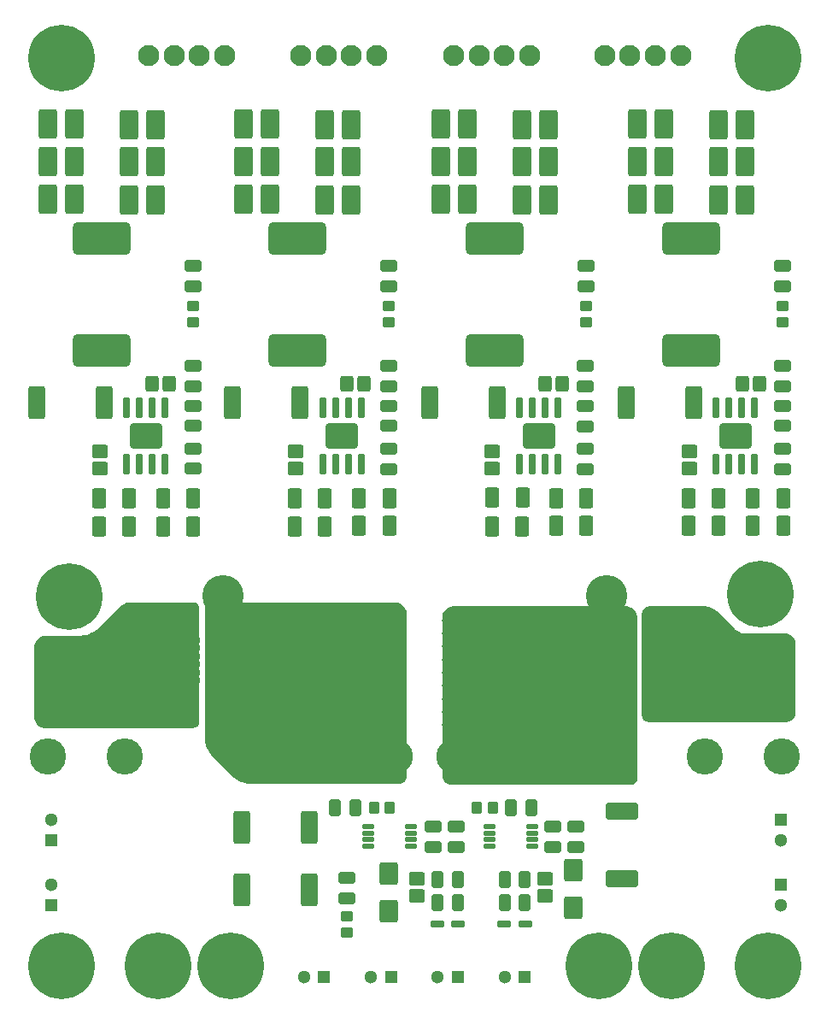
<source format=gts>
G04*
G04 #@! TF.GenerationSoftware,Altium Limited,Altium Designer,23.3.1 (30)*
G04*
G04 Layer_Color=8388736*
%FSLAX43Y43*%
%MOMM*%
G71*
G04*
G04 #@! TF.SameCoordinates,24EB4D33-B09A-4438-942F-29D14A2A9395*
G04*
G04*
G04 #@! TF.FilePolarity,Negative*
G04*
G01*
G75*
G04:AMPARAMS|DCode=14|XSize=3.2mm|YSize=4.5mm|CornerRadius=0.438mm|HoleSize=0mm|Usage=FLASHONLY|Rotation=180.000|XOffset=0mm|YOffset=0mm|HoleType=Round|Shape=RoundedRectangle|*
%AMROUNDEDRECTD14*
21,1,3.200,3.625,0,0,180.0*
21,1,2.325,4.500,0,0,180.0*
1,1,0.875,-1.163,1.813*
1,1,0.875,1.163,1.813*
1,1,0.875,1.163,-1.813*
1,1,0.875,-1.163,-1.813*
%
%ADD14ROUNDEDRECTD14*%
G04:AMPARAMS|DCode=15|XSize=0.65mm|YSize=1.65mm|CornerRadius=0.119mm|HoleSize=0mm|Usage=FLASHONLY|Rotation=270.000|XOffset=0mm|YOffset=0mm|HoleType=Round|Shape=RoundedRectangle|*
%AMROUNDEDRECTD15*
21,1,0.650,1.413,0,0,270.0*
21,1,0.413,1.650,0,0,270.0*
1,1,0.238,-0.706,-0.206*
1,1,0.238,-0.706,0.206*
1,1,0.238,0.706,0.206*
1,1,0.238,0.706,-0.206*
%
%ADD15ROUNDEDRECTD15*%
G04:AMPARAMS|DCode=16|XSize=0.71mm|YSize=2.01mm|CornerRadius=0.126mm|HoleSize=0mm|Usage=FLASHONLY|Rotation=0.000|XOffset=0mm|YOffset=0mm|HoleType=Round|Shape=RoundedRectangle|*
%AMROUNDEDRECTD16*
21,1,0.710,1.758,0,0,0.0*
21,1,0.458,2.010,0,0,0.0*
1,1,0.253,0.229,-0.879*
1,1,0.253,-0.229,-0.879*
1,1,0.253,-0.229,0.879*
1,1,0.253,0.229,0.879*
%
%ADD16ROUNDEDRECTD16*%
G04:AMPARAMS|DCode=17|XSize=3.2mm|YSize=2.51mm|CornerRadius=0.351mm|HoleSize=0mm|Usage=FLASHONLY|Rotation=0.000|XOffset=0mm|YOffset=0mm|HoleType=Round|Shape=RoundedRectangle|*
%AMROUNDEDRECTD17*
21,1,3.200,1.808,0,0,0.0*
21,1,2.498,2.510,0,0,0.0*
1,1,0.703,1.249,-0.904*
1,1,0.703,-1.249,-0.904*
1,1,0.703,-1.249,0.904*
1,1,0.703,1.249,0.904*
%
%ADD17ROUNDEDRECTD17*%
G04:AMPARAMS|DCode=18|XSize=3.24mm|YSize=1.64mm|CornerRadius=0.242mm|HoleSize=0mm|Usage=FLASHONLY|Rotation=0.000|XOffset=0mm|YOffset=0mm|HoleType=Round|Shape=RoundedRectangle|*
%AMROUNDEDRECTD18*
21,1,3.240,1.155,0,0,0.0*
21,1,2.755,1.640,0,0,0.0*
1,1,0.485,1.378,-0.578*
1,1,0.485,-1.378,-0.578*
1,1,0.485,-1.378,0.578*
1,1,0.485,1.378,0.578*
%
%ADD18ROUNDEDRECTD18*%
G04:AMPARAMS|DCode=19|XSize=0.48mm|YSize=1.14mm|CornerRadius=0.098mm|HoleSize=0mm|Usage=FLASHONLY|Rotation=270.000|XOffset=0mm|YOffset=0mm|HoleType=Round|Shape=RoundedRectangle|*
%AMROUNDEDRECTD19*
21,1,0.480,0.945,0,0,270.0*
21,1,0.285,1.140,0,0,270.0*
1,1,0.195,-0.472,-0.142*
1,1,0.195,-0.472,0.142*
1,1,0.195,0.472,0.142*
1,1,0.195,0.472,-0.142*
%
%ADD19ROUNDEDRECTD19*%
G04:AMPARAMS|DCode=20|XSize=1.1mm|YSize=1.2mm|CornerRadius=0.175mm|HoleSize=0mm|Usage=FLASHONLY|Rotation=90.000|XOffset=0mm|YOffset=0mm|HoleType=Round|Shape=RoundedRectangle|*
%AMROUNDEDRECTD20*
21,1,1.100,0.850,0,0,90.0*
21,1,0.750,1.200,0,0,90.0*
1,1,0.350,0.425,0.375*
1,1,0.350,0.425,-0.375*
1,1,0.350,-0.425,-0.375*
1,1,0.350,-0.425,0.375*
%
%ADD20ROUNDEDRECTD20*%
G04:AMPARAMS|DCode=21|XSize=3.2mm|YSize=5.7mm|CornerRadius=0.438mm|HoleSize=0mm|Usage=FLASHONLY|Rotation=90.000|XOffset=0mm|YOffset=0mm|HoleType=Round|Shape=RoundedRectangle|*
%AMROUNDEDRECTD21*
21,1,3.200,4.825,0,0,90.0*
21,1,2.325,5.700,0,0,90.0*
1,1,0.875,2.413,1.163*
1,1,0.875,2.413,-1.163*
1,1,0.875,-2.413,-1.163*
1,1,0.875,-2.413,1.163*
%
%ADD21ROUNDEDRECTD21*%
G04:AMPARAMS|DCode=22|XSize=1.86mm|YSize=2.92mm|CornerRadius=0.27mm|HoleSize=0mm|Usage=FLASHONLY|Rotation=0.000|XOffset=0mm|YOffset=0mm|HoleType=Round|Shape=RoundedRectangle|*
%AMROUNDEDRECTD22*
21,1,1.860,2.380,0,0,0.0*
21,1,1.320,2.920,0,0,0.0*
1,1,0.540,0.660,-1.190*
1,1,0.540,-0.660,-1.190*
1,1,0.540,-0.660,1.190*
1,1,0.540,0.660,1.190*
%
%ADD22ROUNDEDRECTD22*%
G04:AMPARAMS|DCode=23|XSize=1.38mm|YSize=1.97mm|CornerRadius=0.21mm|HoleSize=0mm|Usage=FLASHONLY|Rotation=180.000|XOffset=0mm|YOffset=0mm|HoleType=Round|Shape=RoundedRectangle|*
%AMROUNDEDRECTD23*
21,1,1.380,1.550,0,0,180.0*
21,1,0.960,1.970,0,0,180.0*
1,1,0.420,-0.480,0.775*
1,1,0.420,0.480,0.775*
1,1,0.420,0.480,-0.775*
1,1,0.420,-0.480,-0.775*
%
%ADD23ROUNDEDRECTD23*%
G04:AMPARAMS|DCode=24|XSize=1.31mm|YSize=1.56mm|CornerRadius=0.201mm|HoleSize=0mm|Usage=FLASHONLY|Rotation=90.000|XOffset=0mm|YOffset=0mm|HoleType=Round|Shape=RoundedRectangle|*
%AMROUNDEDRECTD24*
21,1,1.310,1.158,0,0,90.0*
21,1,0.907,1.560,0,0,90.0*
1,1,0.403,0.579,0.454*
1,1,0.403,0.579,-0.454*
1,1,0.403,-0.579,-0.454*
1,1,0.403,-0.579,0.454*
%
%ADD24ROUNDEDRECTD24*%
G04:AMPARAMS|DCode=25|XSize=1.31mm|YSize=1.56mm|CornerRadius=0.201mm|HoleSize=0mm|Usage=FLASHONLY|Rotation=180.000|XOffset=0mm|YOffset=0mm|HoleType=Round|Shape=RoundedRectangle|*
%AMROUNDEDRECTD25*
21,1,1.310,1.158,0,0,180.0*
21,1,0.907,1.560,0,0,180.0*
1,1,0.403,-0.454,0.579*
1,1,0.403,0.454,0.579*
1,1,0.403,0.454,-0.579*
1,1,0.403,-0.454,-0.579*
%
%ADD25ROUNDEDRECTD25*%
G04:AMPARAMS|DCode=26|XSize=1.63mm|YSize=1.12mm|CornerRadius=0.178mm|HoleSize=0mm|Usage=FLASHONLY|Rotation=270.000|XOffset=0mm|YOffset=0mm|HoleType=Round|Shape=RoundedRectangle|*
%AMROUNDEDRECTD26*
21,1,1.630,0.765,0,0,270.0*
21,1,1.275,1.120,0,0,270.0*
1,1,0.355,-0.383,-0.638*
1,1,0.355,-0.383,0.638*
1,1,0.355,0.383,0.638*
1,1,0.355,0.383,-0.638*
%
%ADD26ROUNDEDRECTD26*%
G04:AMPARAMS|DCode=27|XSize=1.63mm|YSize=1.12mm|CornerRadius=0.178mm|HoleSize=0mm|Usage=FLASHONLY|Rotation=0.000|XOffset=0mm|YOffset=0mm|HoleType=Round|Shape=RoundedRectangle|*
%AMROUNDEDRECTD27*
21,1,1.630,0.765,0,0,0.0*
21,1,1.275,1.120,0,0,0.0*
1,1,0.355,0.638,-0.383*
1,1,0.355,-0.638,-0.383*
1,1,0.355,-0.638,0.383*
1,1,0.355,0.638,0.383*
%
%ADD27ROUNDEDRECTD27*%
G04:AMPARAMS|DCode=28|XSize=3.24mm|YSize=1.64mm|CornerRadius=0.242mm|HoleSize=0mm|Usage=FLASHONLY|Rotation=270.000|XOffset=0mm|YOffset=0mm|HoleType=Round|Shape=RoundedRectangle|*
%AMROUNDEDRECTD28*
21,1,3.240,1.155,0,0,270.0*
21,1,2.755,1.640,0,0,270.0*
1,1,0.485,-0.578,-1.378*
1,1,0.485,-0.578,1.378*
1,1,0.485,0.578,1.378*
1,1,0.485,0.578,-1.378*
%
%ADD28ROUNDEDRECTD28*%
G04:AMPARAMS|DCode=29|XSize=1.1mm|YSize=1.2mm|CornerRadius=0.175mm|HoleSize=0mm|Usage=FLASHONLY|Rotation=180.000|XOffset=0mm|YOffset=0mm|HoleType=Round|Shape=RoundedRectangle|*
%AMROUNDEDRECTD29*
21,1,1.100,0.850,0,0,180.0*
21,1,0.750,1.200,0,0,180.0*
1,1,0.350,-0.375,0.425*
1,1,0.350,0.375,0.425*
1,1,0.350,0.375,-0.425*
1,1,0.350,-0.375,-0.425*
%
%ADD29ROUNDEDRECTD29*%
G04:AMPARAMS|DCode=30|XSize=1.84mm|YSize=2.27mm|CornerRadius=0.268mm|HoleSize=0mm|Usage=FLASHONLY|Rotation=0.000|XOffset=0mm|YOffset=0mm|HoleType=Round|Shape=RoundedRectangle|*
%AMROUNDEDRECTD30*
21,1,1.840,1.735,0,0,0.0*
21,1,1.305,2.270,0,0,0.0*
1,1,0.535,0.653,-0.868*
1,1,0.535,-0.653,-0.868*
1,1,0.535,-0.653,0.868*
1,1,0.535,0.653,0.868*
%
%ADD30ROUNDEDRECTD30*%
G04:AMPARAMS|DCode=31|XSize=1.36mm|YSize=0.68mm|CornerRadius=0.123mm|HoleSize=0mm|Usage=FLASHONLY|Rotation=180.000|XOffset=0mm|YOffset=0mm|HoleType=Round|Shape=RoundedRectangle|*
%AMROUNDEDRECTD31*
21,1,1.360,0.435,0,0,180.0*
21,1,1.115,0.680,0,0,180.0*
1,1,0.245,-0.558,0.217*
1,1,0.245,0.558,0.217*
1,1,0.245,0.558,-0.217*
1,1,0.245,-0.558,-0.217*
%
%ADD31ROUNDEDRECTD31*%
%ADD32C,6.600*%
%ADD33C,1.300*%
%ADD34R,1.300X1.300*%
%ADD35C,3.300*%
%ADD36C,3.600*%
%ADD37C,2.100*%
%ADD38R,1.300X1.300*%
%ADD39C,4.100*%
%ADD40C,0.900*%
%ADD41C,1.200*%
%ADD42C,0.800*%
%ADD43C,1.000*%
%ADD44C,1.100*%
G36*
X29149Y-9438D02*
X29617Y-9632D01*
X30038Y-9913D01*
X30217Y-10092D01*
X30217Y-10092D01*
X30217Y-10092D01*
X31690Y-11565D01*
X31813Y-11676D01*
X32086Y-11859D01*
X32390Y-11985D01*
X32713Y-12049D01*
X32878Y-12057D01*
X36725Y-12057D01*
X36822Y-12057D01*
X37012Y-12095D01*
X37192Y-12169D01*
X37353Y-12277D01*
X37490Y-12414D01*
X37598Y-12576D01*
X37672Y-12755D01*
X37705Y-12924D01*
X37710Y-13041D01*
Y-13042D01*
X37710Y-13042D01*
X37710Y-13042D01*
X37710Y-19904D01*
X37710Y-19991D01*
X37676Y-20162D01*
X37609Y-20323D01*
X37512Y-20468D01*
X37389Y-20591D01*
X37244Y-20688D01*
X37083Y-20755D01*
X36948Y-20782D01*
X36824Y-20789D01*
Y-20789D01*
X23164Y-20789D01*
X23097Y-20789D01*
X22965Y-20763D01*
X22842Y-20712D01*
X22730Y-20637D01*
X22635Y-20542D01*
X22561Y-20431D01*
X22510Y-20307D01*
X22483Y-20176D01*
X22483Y-20108D01*
Y-10103D01*
Y-10028D01*
X22513Y-9880D01*
X22570Y-9741D01*
X22654Y-9616D01*
X22760Y-9510D01*
X22885Y-9426D01*
X23024Y-9369D01*
X23172Y-9339D01*
X23247Y-9339D01*
X23247Y-9339D01*
X28400Y-9339D01*
X28653Y-9339D01*
X29149Y-9438D01*
D02*
G37*
G36*
X-28059Y-8948D02*
X-21896Y-8948D01*
X-21896Y-8948D01*
X-21896Y-8948D01*
X-21896D01*
X-21778Y-8953D01*
X-21594Y-9030D01*
X-21443Y-9180D01*
X-21362Y-9376D01*
X-21362Y-9483D01*
X-21362Y-20712D01*
X-21362Y-20712D01*
Y-20779D01*
X-21388Y-20910D01*
X-21439Y-21033D01*
X-21513Y-21144D01*
X-21608Y-21238D01*
X-21719Y-21312D01*
X-21842Y-21363D01*
X-21972Y-21389D01*
X-22039Y-21389D01*
X-36717Y-21389D01*
X-36815D01*
X-37007Y-21351D01*
X-37188Y-21276D01*
X-37351Y-21167D01*
X-37489Y-21029D01*
X-37598Y-20866D01*
X-37673Y-20685D01*
X-37711Y-20493D01*
X-37711Y-20395D01*
Y-13370D01*
X-37711Y-13370D01*
X-37708Y-13244D01*
X-37668Y-13046D01*
X-37585Y-12843D01*
X-37463Y-12661D01*
X-37308Y-12507D01*
X-37126Y-12385D01*
X-36924Y-12301D01*
X-36709Y-12258D01*
X-36600Y-12258D01*
X-33309Y-12258D01*
X-33309Y-12258D01*
X-33309Y-12258D01*
X-33163Y-12255D01*
X-32872Y-12226D01*
X-32585Y-12169D01*
X-32305Y-12084D01*
X-32035Y-11972D01*
X-31777Y-11834D01*
X-31534Y-11672D01*
X-31308Y-11486D01*
X-31202Y-11386D01*
X-29264Y-9447D01*
X-29264Y-9447D01*
X-29264Y-9447D01*
X-29145Y-9329D01*
X-28866Y-9142D01*
X-28556Y-9014D01*
X-28227Y-8948D01*
X-28059Y-8948D01*
D02*
G37*
G36*
X-13523Y-8948D02*
X-2065Y-8948D01*
X-1942Y-8948D01*
X-1700Y-8997D01*
X-1472Y-9091D01*
X-1267Y-9228D01*
X-1093Y-9402D01*
X-956Y-9607D01*
X-862Y-9835D01*
X-814Y-10077D01*
X-814Y-10200D01*
X-814Y-10200D01*
X-814Y-10200D01*
X-814Y-26124D01*
X-814Y-26203D01*
X-844Y-26357D01*
X-904Y-26503D01*
X-992Y-26633D01*
X-1103Y-26745D01*
X-1234Y-26832D01*
X-1379Y-26892D01*
X-1489Y-26914D01*
X-1613Y-26923D01*
Y-26923D01*
X-9000Y-26923D01*
X-16295D01*
X-16582Y-26894D01*
X-16865Y-26838D01*
X-17141Y-26755D01*
X-17407Y-26644D01*
X-17662Y-26508D01*
X-17901Y-26348D01*
X-18124Y-26165D01*
X-18226Y-26063D01*
X-20061Y-24228D01*
X-20233Y-24056D01*
X-20504Y-23650D01*
X-20691Y-23200D01*
X-20786Y-22722D01*
Y-22478D01*
Y-8948D01*
X-13523Y-8948D01*
D02*
G37*
G36*
X3868Y-9327D02*
X20897Y-9327D01*
X20897Y-9327D01*
X20897Y-9327D01*
X20898D01*
X21015Y-9329D01*
X21219Y-9369D01*
X21420Y-9453D01*
X21600Y-9573D01*
X21754Y-9727D01*
X21874Y-9907D01*
X21958Y-10108D01*
X22000Y-10321D01*
X22000Y-10430D01*
X22000Y-12718D01*
X22009D01*
Y-17351D01*
X22000D01*
X22000Y-26440D01*
X22000Y-26440D01*
X22000Y-26559D01*
X21909Y-26778D01*
X21741Y-26947D01*
X21521Y-27038D01*
X14441D01*
X3714Y-27038D01*
X3615Y-27038D01*
X3420Y-26999D01*
X3236Y-26923D01*
X3070Y-26812D01*
X2930Y-26671D01*
X2819Y-26506D01*
X2743Y-26322D01*
X2705Y-26127D01*
X2705Y-26028D01*
X2705Y-10490D01*
X2705Y-10490D01*
X2707Y-10364D01*
X2750Y-10151D01*
X2837Y-9939D01*
X2964Y-9749D01*
X3126Y-9587D01*
X3317Y-9459D01*
X3529Y-9372D01*
X3753Y-9327D01*
X3868Y-9327D01*
D02*
G37*
D14*
X-19178Y-14697D02*
D03*
X20312Y-15041D02*
D03*
D15*
X-22186Y-12697D02*
D03*
Y-13497D02*
D03*
Y-14297D02*
D03*
Y-15097D02*
D03*
Y-15897D02*
D03*
Y-16697D02*
D03*
X-16171Y-12697D02*
D03*
Y-13497D02*
D03*
Y-14297D02*
D03*
Y-15097D02*
D03*
Y-15897D02*
D03*
Y-16697D02*
D03*
X17304Y-13041D02*
D03*
Y-13841D02*
D03*
Y-14641D02*
D03*
Y-15441D02*
D03*
Y-16241D02*
D03*
Y-17041D02*
D03*
X23319Y-13041D02*
D03*
Y-13841D02*
D03*
Y-14641D02*
D03*
Y-15441D02*
D03*
Y-16241D02*
D03*
Y-17041D02*
D03*
D16*
X-28565Y10305D02*
D03*
X-27295D02*
D03*
X-26025D02*
D03*
X-24755D02*
D03*
Y4745D02*
D03*
X-26025D02*
D03*
X-27295D02*
D03*
X-28565D02*
D03*
X29867Y10327D02*
D03*
X31137D02*
D03*
X32407D02*
D03*
X33677D02*
D03*
Y4767D02*
D03*
X32407D02*
D03*
X31137D02*
D03*
X29867D02*
D03*
X10372Y10297D02*
D03*
X11642D02*
D03*
X12912D02*
D03*
X14182D02*
D03*
Y4737D02*
D03*
X12912D02*
D03*
X11642D02*
D03*
X10372D02*
D03*
X-9158Y10325D02*
D03*
X-7888D02*
D03*
X-6618D02*
D03*
X-5348D02*
D03*
Y4765D02*
D03*
X-6618D02*
D03*
X-7888D02*
D03*
X-9158D02*
D03*
D17*
X-26660Y7525D02*
D03*
X31772Y7547D02*
D03*
X12277Y7517D02*
D03*
X-7253Y7545D02*
D03*
D18*
X20482Y-36291D02*
D03*
Y-29641D02*
D03*
D19*
X11615Y-33118D02*
D03*
Y-32468D02*
D03*
Y-31818D02*
D03*
Y-31168D02*
D03*
X7365Y-33118D02*
D03*
Y-32468D02*
D03*
Y-31818D02*
D03*
Y-31168D02*
D03*
X-4670D02*
D03*
Y-31818D02*
D03*
Y-32468D02*
D03*
Y-33118D02*
D03*
X-420Y-31168D02*
D03*
Y-31818D02*
D03*
Y-32468D02*
D03*
Y-33118D02*
D03*
D20*
X-6776Y-40081D02*
D03*
Y-41681D02*
D03*
X36457Y20426D02*
D03*
Y18826D02*
D03*
X16931Y20426D02*
D03*
Y18826D02*
D03*
X-22016Y20426D02*
D03*
Y18826D02*
D03*
X-2575Y20426D02*
D03*
Y18826D02*
D03*
D21*
X-31047Y15999D02*
D03*
Y27099D02*
D03*
X27380Y15995D02*
D03*
Y27095D02*
D03*
X7888Y27094D02*
D03*
Y15994D02*
D03*
X-11650Y27099D02*
D03*
Y15999D02*
D03*
D22*
X2573Y38410D02*
D03*
X5163D02*
D03*
X24655Y30968D02*
D03*
X22065D02*
D03*
X30105Y30943D02*
D03*
X32695D02*
D03*
X22065Y34712D02*
D03*
X24655D02*
D03*
X30105Y34687D02*
D03*
X32695D02*
D03*
X22065Y38410D02*
D03*
X24655D02*
D03*
X32695Y38385D02*
D03*
X30105D02*
D03*
X5163Y30968D02*
D03*
X2573D02*
D03*
X13203Y30943D02*
D03*
X10613D02*
D03*
X5163Y34712D02*
D03*
X2573D02*
D03*
X10613Y34687D02*
D03*
X13203D02*
D03*
Y38385D02*
D03*
X10613D02*
D03*
X-14375Y30968D02*
D03*
X-16965D02*
D03*
X-8925Y30943D02*
D03*
X-6335D02*
D03*
X-14375Y34712D02*
D03*
X-16965D02*
D03*
X-8925Y34687D02*
D03*
X-6335D02*
D03*
X-16965Y38410D02*
D03*
X-14375D02*
D03*
X-8925Y38385D02*
D03*
X-6335D02*
D03*
X-33772Y30968D02*
D03*
X-36362D02*
D03*
X-25732Y30943D02*
D03*
X-28322D02*
D03*
X-36362Y34712D02*
D03*
X-33772D02*
D03*
X-28322Y34687D02*
D03*
X-25732D02*
D03*
X-33772Y38410D02*
D03*
X-36362D02*
D03*
X-28322Y38385D02*
D03*
X-25732D02*
D03*
D23*
X-21953Y1339D02*
D03*
X-24953D02*
D03*
X27099Y-1386D02*
D03*
X30099D02*
D03*
X27099Y1339D02*
D03*
X30099D02*
D03*
X36474D02*
D03*
X33474D02*
D03*
X7653Y1464D02*
D03*
X10653D02*
D03*
X7607Y-1411D02*
D03*
X10607D02*
D03*
X-5556Y1339D02*
D03*
X-2556D02*
D03*
X-31328Y-1411D02*
D03*
X-28328D02*
D03*
X13982Y1339D02*
D03*
X16982D02*
D03*
X-11931Y1364D02*
D03*
X-8931D02*
D03*
X36474Y-1386D02*
D03*
X33474D02*
D03*
X16982D02*
D03*
X13982D02*
D03*
X-8931Y-1411D02*
D03*
X-11931D02*
D03*
X-2556Y-1386D02*
D03*
X-5556D02*
D03*
X-28328Y1363D02*
D03*
X-31328D02*
D03*
X-24953Y-1406D02*
D03*
X-21953D02*
D03*
D24*
X228Y-36290D02*
D03*
Y-37980D02*
D03*
X12922Y-36290D02*
D03*
Y-37980D02*
D03*
X-11859Y6010D02*
D03*
Y4320D02*
D03*
X-31256Y4320D02*
D03*
Y6010D02*
D03*
X7679Y6005D02*
D03*
Y4315D02*
D03*
X27171Y6006D02*
D03*
Y4316D02*
D03*
D25*
X32419Y12693D02*
D03*
X34109D02*
D03*
X12877Y12692D02*
D03*
X14567D02*
D03*
X-6783D02*
D03*
X-5093D02*
D03*
X-24327D02*
D03*
X-26017D02*
D03*
D26*
X-7953Y-29286D02*
D03*
X-5938D02*
D03*
X11560Y-29319D02*
D03*
X9545D02*
D03*
X4268Y-38700D02*
D03*
X2253D02*
D03*
Y-36430D02*
D03*
X4268D02*
D03*
X10899Y-38675D02*
D03*
X8884D02*
D03*
Y-36405D02*
D03*
X10899D02*
D03*
D27*
X1801Y-33151D02*
D03*
Y-31136D02*
D03*
X36396Y12461D02*
D03*
Y14476D02*
D03*
Y4273D02*
D03*
Y6288D02*
D03*
X36423Y24378D02*
D03*
Y22363D02*
D03*
X36396Y8509D02*
D03*
Y10524D02*
D03*
X16904Y14475D02*
D03*
Y12460D02*
D03*
Y6288D02*
D03*
Y4273D02*
D03*
X16931Y22362D02*
D03*
Y24377D02*
D03*
X16904Y10523D02*
D03*
Y8508D02*
D03*
X-2634Y6288D02*
D03*
Y4273D02*
D03*
X-2607Y22367D02*
D03*
Y24382D02*
D03*
X-2634Y10528D02*
D03*
Y8513D02*
D03*
X-22006Y12465D02*
D03*
Y14480D02*
D03*
X-22031Y4278D02*
D03*
Y6293D02*
D03*
X-22004Y24382D02*
D03*
Y22367D02*
D03*
X-22006Y8513D02*
D03*
Y10528D02*
D03*
X-6776Y-36247D02*
D03*
Y-38262D02*
D03*
X-2634Y12460D02*
D03*
Y14475D02*
D03*
X4060Y-31136D02*
D03*
Y-33151D02*
D03*
X13693D02*
D03*
Y-31136D02*
D03*
X15964D02*
D03*
Y-33151D02*
D03*
D28*
X-10477Y-37398D02*
D03*
X-17127D02*
D03*
X27610Y10861D02*
D03*
X20960D02*
D03*
X-18070Y10865D02*
D03*
X-11420D02*
D03*
X-30817Y10865D02*
D03*
X-37467D02*
D03*
X1468Y10860D02*
D03*
X8118D02*
D03*
X-10477Y-31204D02*
D03*
X-17127D02*
D03*
D29*
X-4079Y-29286D02*
D03*
X-2479D02*
D03*
X7749Y-29319D02*
D03*
X6149D02*
D03*
D30*
X-2584Y-35815D02*
D03*
Y-39575D02*
D03*
X15721Y-35449D02*
D03*
Y-39209D02*
D03*
D31*
X8861Y-40789D02*
D03*
X10921D02*
D03*
X2231Y-40789D02*
D03*
X4291D02*
D03*
D32*
X25398Y-45000D02*
D03*
X18198D02*
D03*
X34262Y-8150D02*
D03*
Y-15350D02*
D03*
X35000Y45000D02*
D03*
X-18295Y-45000D02*
D03*
X-25495D02*
D03*
X-34300Y-15600D02*
D03*
Y-8400D02*
D03*
X35000Y-45000D02*
D03*
X-35000D02*
D03*
Y45000D02*
D03*
D33*
X36229Y-32475D02*
D03*
X-36050Y-30475D02*
D03*
X2261Y-46100D02*
D03*
X36229Y-38953D02*
D03*
X8891Y-46100D02*
D03*
X-36050Y-36953D02*
D03*
X-11000Y-46100D02*
D03*
X-4370D02*
D03*
D34*
X36229Y-30475D02*
D03*
X-36050Y-32475D02*
D03*
X36229Y-36953D02*
D03*
X-36050Y-38953D02*
D03*
D35*
X-1800Y-24200D02*
D03*
X-9400D02*
D03*
X11362Y-24200D02*
D03*
X3762D02*
D03*
D36*
X-36400D02*
D03*
X-28800D02*
D03*
X28762Y-24200D02*
D03*
X36362D02*
D03*
D37*
X-26363Y45248D02*
D03*
X-21363D02*
D03*
X-23863D02*
D03*
X-18863D02*
D03*
X26317D02*
D03*
X21317D02*
D03*
X23817D02*
D03*
X18817D02*
D03*
X11357D02*
D03*
X6357D02*
D03*
X8857D02*
D03*
X3857D02*
D03*
X-11303D02*
D03*
X-6303D02*
D03*
X-8803D02*
D03*
X-3803D02*
D03*
D38*
X4261Y-46100D02*
D03*
X10891D02*
D03*
X-9000D02*
D03*
X-2370D02*
D03*
D39*
X-19000Y-8300D02*
D03*
X19000D02*
D03*
D40*
X-14686Y-13797D02*
D03*
X-14630Y-17525D02*
D03*
X-15580D02*
D03*
X-13586Y-15897D02*
D03*
X-16780Y-17525D02*
D03*
X-14686Y-15897D02*
D03*
Y-14797D02*
D03*
X15919Y-13841D02*
D03*
X15819Y-15941D02*
D03*
Y-14941D02*
D03*
D41*
X-13630Y-14613D02*
D03*
X-27930Y-10713D02*
D03*
X35770Y-19813D02*
D03*
X29270Y-17213D02*
D03*
Y-13313D02*
D03*
X34470Y-19813D02*
D03*
X29270Y-12013D02*
D03*
Y-15913D02*
D03*
X33170Y-19813D02*
D03*
X30570Y-18513D02*
D03*
X29270Y-19813D02*
D03*
X30570D02*
D03*
Y-13313D02*
D03*
X31870Y-18513D02*
D03*
Y-19813D02*
D03*
X29270Y-14613D02*
D03*
Y-18513D02*
D03*
X30570Y-17213D02*
D03*
X-18980Y-17813D02*
D03*
X-20130D02*
D03*
X-17830D02*
D03*
X-1930Y-10713D02*
D03*
Y-12013D02*
D03*
Y-13313D02*
D03*
Y-14613D02*
D03*
Y-15913D02*
D03*
Y-17213D02*
D03*
Y-18513D02*
D03*
Y-19813D02*
D03*
Y-21113D02*
D03*
X-3230Y-10713D02*
D03*
Y-12013D02*
D03*
Y-13313D02*
D03*
Y-14613D02*
D03*
Y-15913D02*
D03*
Y-17213D02*
D03*
Y-18513D02*
D03*
Y-19813D02*
D03*
Y-21113D02*
D03*
Y-22413D02*
D03*
Y-26313D02*
D03*
X-4530Y-10713D02*
D03*
Y-12013D02*
D03*
Y-13313D02*
D03*
Y-14613D02*
D03*
Y-15913D02*
D03*
Y-17213D02*
D03*
Y-18513D02*
D03*
Y-19813D02*
D03*
Y-21113D02*
D03*
Y-22413D02*
D03*
Y-23713D02*
D03*
Y-25013D02*
D03*
Y-26313D02*
D03*
X-5830Y-10713D02*
D03*
Y-12013D02*
D03*
Y-13313D02*
D03*
Y-14613D02*
D03*
Y-15913D02*
D03*
Y-17213D02*
D03*
Y-18513D02*
D03*
Y-19813D02*
D03*
Y-21113D02*
D03*
Y-22413D02*
D03*
Y-23713D02*
D03*
Y-25013D02*
D03*
Y-26313D02*
D03*
X-7130Y-10713D02*
D03*
Y-12013D02*
D03*
Y-13313D02*
D03*
Y-14613D02*
D03*
Y-15913D02*
D03*
Y-17213D02*
D03*
Y-18513D02*
D03*
Y-19813D02*
D03*
Y-21113D02*
D03*
Y-22413D02*
D03*
Y-23713D02*
D03*
Y-25013D02*
D03*
Y-26313D02*
D03*
X-8430Y-10713D02*
D03*
Y-12013D02*
D03*
Y-13313D02*
D03*
Y-14613D02*
D03*
Y-15913D02*
D03*
Y-17213D02*
D03*
Y-18513D02*
D03*
Y-19813D02*
D03*
Y-21113D02*
D03*
Y-26313D02*
D03*
X-9730Y-12013D02*
D03*
Y-13313D02*
D03*
Y-14613D02*
D03*
Y-15913D02*
D03*
Y-17213D02*
D03*
Y-18513D02*
D03*
Y-19813D02*
D03*
Y-21113D02*
D03*
X-11030Y-13313D02*
D03*
Y-14613D02*
D03*
Y-15913D02*
D03*
Y-17213D02*
D03*
Y-18513D02*
D03*
Y-19813D02*
D03*
Y-21113D02*
D03*
Y-22413D02*
D03*
Y-26313D02*
D03*
X-12655Y-10488D02*
D03*
X-12330Y-14613D02*
D03*
Y-15913D02*
D03*
Y-17213D02*
D03*
Y-18513D02*
D03*
Y-19813D02*
D03*
Y-21113D02*
D03*
Y-22413D02*
D03*
Y-23713D02*
D03*
Y-25013D02*
D03*
Y-26313D02*
D03*
X-13955Y-10488D02*
D03*
Y-11638D02*
D03*
X-13630Y-17213D02*
D03*
Y-18513D02*
D03*
Y-19813D02*
D03*
Y-21113D02*
D03*
Y-22413D02*
D03*
Y-23713D02*
D03*
Y-25013D02*
D03*
Y-26313D02*
D03*
X-15255Y-10488D02*
D03*
Y-11638D02*
D03*
X-14930Y-18513D02*
D03*
Y-19813D02*
D03*
Y-21113D02*
D03*
Y-22413D02*
D03*
Y-23713D02*
D03*
Y-25013D02*
D03*
Y-26313D02*
D03*
X-16230Y-18513D02*
D03*
X-16230Y-19813D02*
D03*
Y-21113D02*
D03*
Y-22413D02*
D03*
Y-23713D02*
D03*
Y-25013D02*
D03*
Y-26313D02*
D03*
X-17530Y-18963D02*
D03*
Y-20263D02*
D03*
Y-21563D02*
D03*
Y-22863D02*
D03*
Y-24163D02*
D03*
Y-25463D02*
D03*
X-18830Y-18963D02*
D03*
Y-20263D02*
D03*
Y-21563D02*
D03*
Y-22863D02*
D03*
Y-24163D02*
D03*
X-20130Y-18963D02*
D03*
Y-20263D02*
D03*
Y-21563D02*
D03*
Y-22863D02*
D03*
X3270Y-10713D02*
D03*
X-27930Y-12013D02*
D03*
Y-13313D02*
D03*
Y-14613D02*
D03*
Y-15913D02*
D03*
Y-17213D02*
D03*
Y-18513D02*
D03*
X-29230Y-12013D02*
D03*
Y-13313D02*
D03*
Y-14613D02*
D03*
Y-15913D02*
D03*
Y-17213D02*
D03*
Y-18513D02*
D03*
X-30530Y-13313D02*
D03*
Y-14613D02*
D03*
Y-17213D02*
D03*
Y-18513D02*
D03*
X21395Y-26313D02*
D03*
Y-25013D02*
D03*
Y-23713D02*
D03*
Y-22413D02*
D03*
Y-21113D02*
D03*
Y-19813D02*
D03*
Y-18513D02*
D03*
X13670Y-14613D02*
D03*
Y-13313D02*
D03*
X20170Y-18513D02*
D03*
Y-19813D02*
D03*
Y-21113D02*
D03*
Y-22413D02*
D03*
Y-23713D02*
D03*
Y-25013D02*
D03*
Y-26313D02*
D03*
X18870Y-18513D02*
D03*
Y-19813D02*
D03*
Y-21113D02*
D03*
Y-22413D02*
D03*
Y-23713D02*
D03*
Y-25013D02*
D03*
Y-26313D02*
D03*
X17570Y-18513D02*
D03*
Y-19813D02*
D03*
Y-21113D02*
D03*
Y-22413D02*
D03*
Y-23713D02*
D03*
X16270Y-18513D02*
D03*
Y-19813D02*
D03*
Y-21113D02*
D03*
Y-22413D02*
D03*
Y-23713D02*
D03*
X14970Y-17213D02*
D03*
Y-18513D02*
D03*
Y-19813D02*
D03*
Y-21113D02*
D03*
Y-22413D02*
D03*
Y-23713D02*
D03*
X13670Y-10713D02*
D03*
Y-12013D02*
D03*
Y-15913D02*
D03*
Y-17213D02*
D03*
Y-18513D02*
D03*
Y-19813D02*
D03*
Y-21113D02*
D03*
Y-22413D02*
D03*
Y-23713D02*
D03*
Y-25013D02*
D03*
Y-26313D02*
D03*
X12370Y-10713D02*
D03*
Y-12013D02*
D03*
Y-13313D02*
D03*
Y-14613D02*
D03*
Y-15913D02*
D03*
Y-17213D02*
D03*
Y-18513D02*
D03*
Y-19813D02*
D03*
Y-21113D02*
D03*
Y-26313D02*
D03*
X11070Y-10713D02*
D03*
Y-12013D02*
D03*
Y-13313D02*
D03*
Y-14613D02*
D03*
Y-15913D02*
D03*
Y-17213D02*
D03*
Y-18513D02*
D03*
Y-19813D02*
D03*
Y-21113D02*
D03*
X9770Y-10713D02*
D03*
Y-12013D02*
D03*
Y-13313D02*
D03*
Y-14613D02*
D03*
Y-15913D02*
D03*
Y-17213D02*
D03*
Y-18513D02*
D03*
Y-19813D02*
D03*
Y-21113D02*
D03*
Y-22413D02*
D03*
Y-26313D02*
D03*
X8470Y-10713D02*
D03*
Y-12013D02*
D03*
Y-13313D02*
D03*
Y-14613D02*
D03*
Y-15913D02*
D03*
Y-17213D02*
D03*
Y-18513D02*
D03*
Y-19813D02*
D03*
Y-21113D02*
D03*
Y-22413D02*
D03*
Y-23713D02*
D03*
Y-25013D02*
D03*
Y-26313D02*
D03*
X7170Y-10713D02*
D03*
Y-12013D02*
D03*
Y-13313D02*
D03*
Y-14613D02*
D03*
Y-15913D02*
D03*
Y-17213D02*
D03*
Y-18513D02*
D03*
Y-19813D02*
D03*
Y-21113D02*
D03*
Y-22413D02*
D03*
Y-23713D02*
D03*
Y-25013D02*
D03*
Y-26313D02*
D03*
X5870Y-10713D02*
D03*
Y-12013D02*
D03*
Y-13313D02*
D03*
Y-14613D02*
D03*
Y-15913D02*
D03*
Y-17213D02*
D03*
Y-18513D02*
D03*
Y-19813D02*
D03*
Y-21113D02*
D03*
Y-22413D02*
D03*
Y-26313D02*
D03*
X4570Y-10713D02*
D03*
Y-12013D02*
D03*
Y-13313D02*
D03*
Y-14613D02*
D03*
Y-15913D02*
D03*
Y-17213D02*
D03*
Y-18513D02*
D03*
Y-19813D02*
D03*
Y-21113D02*
D03*
X3270Y-12013D02*
D03*
Y-13313D02*
D03*
Y-14613D02*
D03*
Y-15913D02*
D03*
Y-17213D02*
D03*
Y-18513D02*
D03*
Y-19813D02*
D03*
Y-21113D02*
D03*
D42*
X27325Y-15263D02*
D03*
Y-13963D02*
D03*
Y-12663D02*
D03*
Y-16563D02*
D03*
Y-17863D02*
D03*
Y-11363D02*
D03*
Y-19163D02*
D03*
X-25984D02*
D03*
Y-11363D02*
D03*
Y-17863D02*
D03*
Y-16563D02*
D03*
Y-12663D02*
D03*
Y-13963D02*
D03*
Y-15263D02*
D03*
D43*
X-26630Y-10713D02*
D03*
X26670Y-14613D02*
D03*
X27970Y-12013D02*
D03*
X26670Y-15913D02*
D03*
X27970Y-18513D02*
D03*
X26670D02*
D03*
Y-19813D02*
D03*
Y-13313D02*
D03*
X27970D02*
D03*
X26670Y-12013D02*
D03*
Y-17213D02*
D03*
X27970Y-10713D02*
D03*
Y-17213D02*
D03*
Y-19813D02*
D03*
Y-14613D02*
D03*
Y-15913D02*
D03*
X-25330Y-12013D02*
D03*
Y-13313D02*
D03*
Y-14613D02*
D03*
Y-15913D02*
D03*
Y-17213D02*
D03*
Y-18513D02*
D03*
X-26630Y-12013D02*
D03*
Y-13313D02*
D03*
Y-14613D02*
D03*
Y-15913D02*
D03*
Y-17213D02*
D03*
Y-18513D02*
D03*
D44*
X-20230Y-12738D02*
D03*
X-17805Y-16638D02*
D03*
Y-14038D02*
D03*
Y-12738D02*
D03*
Y-15338D02*
D03*
X-19017D02*
D03*
X-20230Y-14038D02*
D03*
Y-15338D02*
D03*
Y-16638D02*
D03*
X-19017Y-12738D02*
D03*
Y-14038D02*
D03*
Y-16638D02*
D03*
X21395Y-17163D02*
D03*
Y-15863D02*
D03*
Y-12088D02*
D03*
Y-13263D02*
D03*
Y-14563D02*
D03*
X20145Y-12088D02*
D03*
X18895D02*
D03*
Y-17163D02*
D03*
X20145D02*
D03*
X18895Y-15863D02*
D03*
Y-13263D02*
D03*
Y-14563D02*
D03*
X20145Y-13263D02*
D03*
Y-14563D02*
D03*
Y-15863D02*
D03*
M02*

</source>
